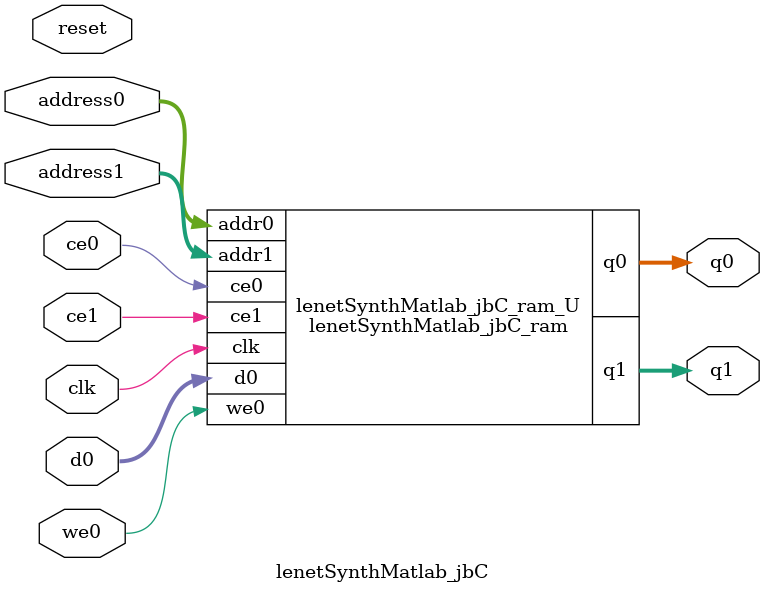
<source format=v>

`timescale 1 ns / 1 ps
module lenetSynthMatlab_jbC_ram (addr0, ce0, d0, we0, q0, addr1, ce1, q1,  clk);

parameter DWIDTH = 64;
parameter AWIDTH = 11;
parameter MEM_SIZE = 1600;

input[AWIDTH-1:0] addr0;
input ce0;
input[DWIDTH-1:0] d0;
input we0;
output reg[DWIDTH-1:0] q0;
input[AWIDTH-1:0] addr1;
input ce1;
output reg[DWIDTH-1:0] q1;
input clk;

(* ram_style = "block" *)reg [DWIDTH-1:0] ram[0:MEM_SIZE-1];




always @(posedge clk)  
begin 
    if (ce0) 
    begin
        if (we0) 
        begin 
            ram[addr0] <= d0; 
            q0 <= d0;
        end 
        else 
            q0 <= ram[addr0];
    end
end


always @(posedge clk)  
begin 
    if (ce1) 
    begin
            q1 <= ram[addr1];
    end
end


endmodule


`timescale 1 ns / 1 ps
module lenetSynthMatlab_jbC(
    reset,
    clk,
    address0,
    ce0,
    we0,
    d0,
    q0,
    address1,
    ce1,
    q1);

parameter DataWidth = 32'd64;
parameter AddressRange = 32'd1600;
parameter AddressWidth = 32'd11;
input reset;
input clk;
input[AddressWidth - 1:0] address0;
input ce0;
input we0;
input[DataWidth - 1:0] d0;
output[DataWidth - 1:0] q0;
input[AddressWidth - 1:0] address1;
input ce1;
output[DataWidth - 1:0] q1;



lenetSynthMatlab_jbC_ram lenetSynthMatlab_jbC_ram_U(
    .clk( clk ),
    .addr0( address0 ),
    .ce0( ce0 ),
    .we0( we0 ),
    .d0( d0 ),
    .q0( q0 ),
    .addr1( address1 ),
    .ce1( ce1 ),
    .q1( q1 ));

endmodule


</source>
